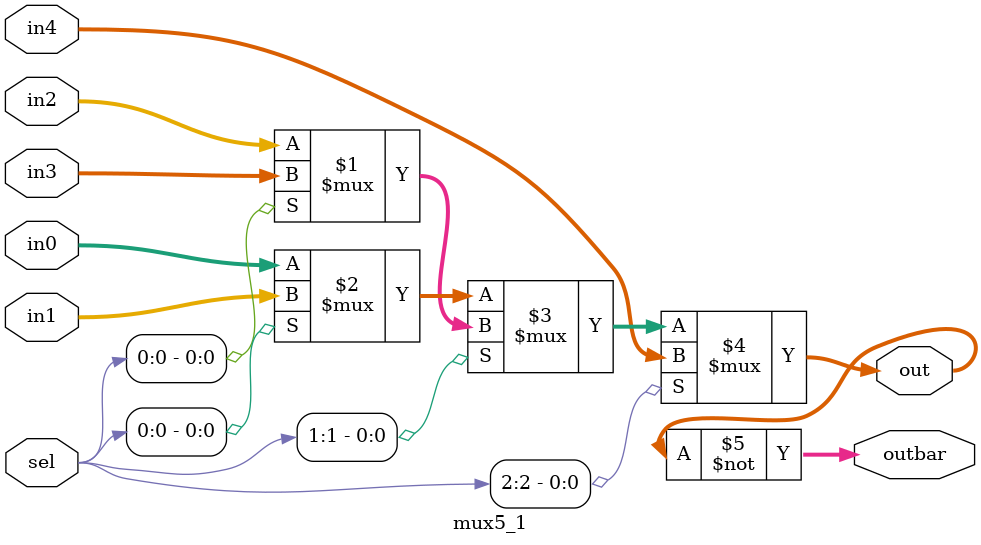
<source format=v>
`timescale 1ns / 1ps
module mux5_1 #(parameter SZE = 4)
	(input [SZE-1:0] in0,
	 input [SZE-1:0] in1,
	 input [SZE-1:0] in2,	
	 input [SZE-1:0] in3,
	 input [SZE-1:0] in4,
	 input [2:0]	sel,
	 output [SZE-1:0] out,
	 output [SZE-1:0] outbar
    );
	 
	 assign out = sel[2] ? in4 : ( sel[1] ? (sel[0] ? in3 : in2) : (sel[0] ? in1 : in0) );
	 assign outbar = ~out;
	 
endmodule



</source>
